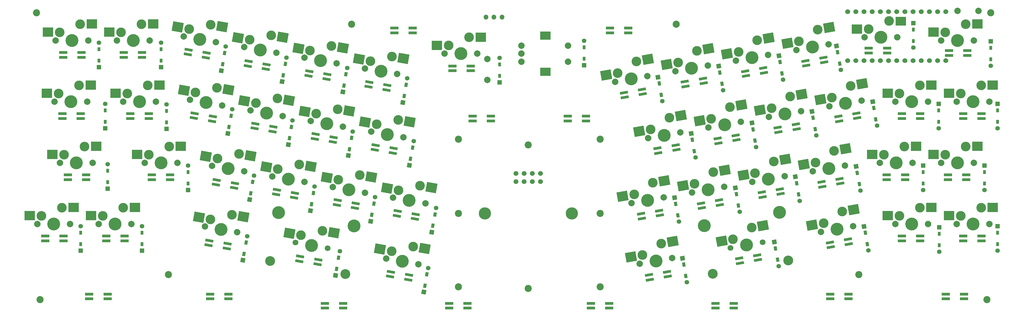
<source format=gbr>
G04 #@! TF.GenerationSoftware,KiCad,Pcbnew,(6.0.0-0)*
G04 #@! TF.CreationDate,2022-01-02T14:27:22+09:00*
G04 #@! TF.ProjectId,aliceball,616c6963-6562-4616-9c6c-2e6b69636164,rev?*
G04 #@! TF.SameCoordinates,Original*
G04 #@! TF.FileFunction,Soldermask,Bot*
G04 #@! TF.FilePolarity,Negative*
%FSLAX46Y46*%
G04 Gerber Fmt 4.6, Leading zero omitted, Abs format (unit mm)*
G04 Created by KiCad (PCBNEW (6.0.0-0)) date 2022-01-02 14:27:22*
%MOMM*%
%LPD*%
G01*
G04 APERTURE LIST*
G04 Aperture macros list*
%AMRotRect*
0 Rectangle, with rotation*
0 The origin of the aperture is its center*
0 $1 length*
0 $2 width*
0 $3 Rotation angle, in degrees counterclockwise*
0 Add horizontal line*
21,1,$1,$2,0,0,$3*%
G04 Aperture macros list end*
%ADD10C,3.000000*%
%ADD11C,2.000000*%
%ADD12C,4.000000*%
%ADD13R,3.300000X3.000000*%
%ADD14C,1.800000*%
%ADD15C,3.050000*%
%ADD16RotRect,3.300000X3.000000X170.000000*%
%ADD17R,3.200000X2.500000*%
%ADD18O,1.500000X1.500000*%
%ADD19C,2.200000*%
%ADD20RotRect,2.500000X0.820000X190.000000*%
%ADD21R,0.950000X1.300000*%
%ADD22R,1.397000X1.397000*%
%ADD23C,1.397000*%
%ADD24RotRect,2.500000X0.820000X170.000000*%
%ADD25R,2.500000X0.820000*%
%ADD26RotRect,1.300000X0.950000X280.000000*%
%ADD27RotRect,1.397000X1.397000X280.000000*%
%ADD28RotRect,1.300000X0.950000X80.000000*%
%ADD29RotRect,1.397000X1.397000X80.000000*%
%ADD30RotRect,3.300000X3.000000X190.000000*%
%ADD31C,3.810000*%
%ADD32C,1.500000*%
%ADD33R,3.300000X2.800000*%
%ADD34C,1.524000*%
G04 APERTURE END LIST*
D10*
X57785000Y-43941817D03*
D11*
X50165000Y-49021817D03*
D12*
X55245000Y-49021817D03*
D10*
X51435000Y-46481817D03*
D11*
X60325000Y-49021817D03*
D13*
X47795000Y-46441817D03*
X61395000Y-43901817D03*
D12*
X53340000Y-29971817D03*
D11*
X48260000Y-29971817D03*
X58420000Y-29971817D03*
D10*
X55880000Y-24891817D03*
X49530000Y-27431817D03*
D13*
X45890000Y-27391817D03*
X59490000Y-24851817D03*
D12*
X35623500Y-68071817D03*
D11*
X40703500Y-68071817D03*
D10*
X38163500Y-62991817D03*
D11*
X30543500Y-68071817D03*
D10*
X31813500Y-65531817D03*
D13*
X28173500Y-65491817D03*
X41773500Y-62951817D03*
D12*
X34290000Y-29971817D03*
D10*
X36830000Y-24891817D03*
X30480000Y-27431817D03*
D11*
X29210000Y-29971817D03*
X39370000Y-29971817D03*
D13*
X26840000Y-27391817D03*
X40440000Y-24851817D03*
D11*
X28829000Y-49021817D03*
D10*
X30099000Y-46481817D03*
D11*
X38989000Y-49021817D03*
D12*
X33909000Y-49021817D03*
D10*
X36449000Y-43941817D03*
D13*
X26459000Y-46441817D03*
X40059000Y-43901817D03*
D14*
X113701975Y-94683424D03*
D10*
X105388101Y-90638280D03*
D14*
X103696329Y-92919158D03*
D15*
X95764402Y-98628532D03*
D10*
X112082696Y-89239534D03*
D12*
X98410801Y-83620062D03*
X108699152Y-93801291D03*
X121849225Y-87752888D03*
D15*
X119202827Y-102761359D03*
D16*
X101852641Y-90014883D03*
X115588612Y-89857721D03*
D11*
X42545000Y-87121817D03*
D10*
X50165000Y-82041817D03*
X43815000Y-84581817D03*
D11*
X52705000Y-87121817D03*
D12*
X47625000Y-87121817D03*
D13*
X40175000Y-84541817D03*
X53775000Y-82001817D03*
D11*
X56832500Y-68071817D03*
D10*
X64452500Y-62991817D03*
X58102500Y-65531817D03*
D12*
X61912500Y-68071817D03*
D11*
X66992500Y-68071817D03*
D13*
X54462500Y-65491817D03*
X68062500Y-62951817D03*
D11*
X78975769Y-30528625D03*
D10*
X70661895Y-26483481D03*
D12*
X73972946Y-29646492D03*
D11*
X68970123Y-28764359D03*
D10*
X77356490Y-25084735D03*
D16*
X67084141Y-25812009D03*
X80918592Y-25672213D03*
D12*
X28575000Y-87121817D03*
D10*
X24765000Y-84581817D03*
X31115000Y-82041817D03*
D11*
X23495000Y-87121817D03*
X33655000Y-87121817D03*
D13*
X21125000Y-84541817D03*
X34725000Y-82001817D03*
D10*
X89422482Y-29791479D03*
D12*
X92733533Y-32954490D03*
D10*
X96117077Y-28392733D03*
D11*
X87730710Y-32072357D03*
X97736356Y-33836623D03*
D16*
X85844728Y-29120007D03*
X99679179Y-28980211D03*
D11*
X141842855Y-99645420D03*
X131837209Y-97881154D03*
D10*
X140223576Y-94201530D03*
D12*
X136840032Y-98763287D03*
D10*
X133528981Y-95600276D03*
D16*
X129951227Y-94928804D03*
X143785678Y-94789008D03*
D10*
X108183070Y-33099477D03*
D11*
X106491298Y-35380355D03*
X116496944Y-37144621D03*
D10*
X114877665Y-31700731D03*
D12*
X111494121Y-36262488D03*
D16*
X104605316Y-32428005D03*
X118439767Y-32288209D03*
D10*
X133638253Y-35008730D03*
D11*
X125251886Y-38688354D03*
X135257532Y-40452620D03*
D12*
X130254709Y-39570487D03*
D10*
X126943658Y-36407476D03*
D16*
X123365904Y-35736004D03*
X137200355Y-35596208D03*
D11*
X173856000Y-31599500D03*
X173856000Y-36599500D03*
X173856000Y-34099500D03*
D17*
X181356000Y-28499500D03*
X181356000Y-39699500D03*
D11*
X188356000Y-36599500D03*
X188356000Y-31599500D03*
D10*
X310324500Y-84581817D03*
D11*
X309054500Y-87121817D03*
X319214500Y-87121817D03*
D10*
X316674500Y-82041817D03*
D12*
X314134500Y-87121817D03*
D13*
X306684500Y-84541817D03*
X320284500Y-82001817D03*
D12*
X314134500Y-49021817D03*
D11*
X309054500Y-49021817D03*
D10*
X316674500Y-43941817D03*
X310324500Y-46481817D03*
D11*
X319214500Y-49021817D03*
D13*
X306684500Y-46441817D03*
X320284500Y-43901817D03*
D10*
X311912000Y-62991817D03*
X305562000Y-65531817D03*
D11*
X304292000Y-68071817D03*
X314452000Y-68071817D03*
D12*
X309372000Y-68071817D03*
D13*
X301922000Y-65491817D03*
X315522000Y-62951817D03*
D11*
X314452000Y-29971817D03*
D10*
X305562000Y-27431817D03*
X311912000Y-24891817D03*
D12*
X309372000Y-29971817D03*
D11*
X304292000Y-29971817D03*
D13*
X301922000Y-27391817D03*
X315522000Y-24851817D03*
D18*
X165354000Y-22719500D03*
X167854000Y-22719500D03*
X162854000Y-22719500D03*
D19*
X318516000Y-110680500D03*
D20*
X229924034Y-82196003D03*
X235537439Y-81206208D03*
X235276966Y-79728997D03*
X229663561Y-80718792D03*
D21*
X45360000Y-74075000D03*
D22*
X45360000Y-76110000D03*
D21*
X45360000Y-70525000D03*
D23*
X45360000Y-68490000D03*
D24*
X126372980Y-44399958D03*
X131986385Y-45389753D03*
X132246858Y-43912542D03*
X126633453Y-42922747D03*
D25*
X77160000Y-110478000D03*
X82860000Y-110478000D03*
X82860000Y-108978000D03*
X77160000Y-108978000D03*
X134424500Y-27610500D03*
X140124500Y-27610500D03*
X140124500Y-26110500D03*
X134424500Y-26110500D03*
D21*
X317754000Y-70996000D03*
D22*
X317754000Y-68961000D03*
D23*
X317754000Y-76581000D03*
D21*
X317754000Y-74546000D03*
D24*
X104886061Y-98732208D03*
X110499466Y-99722003D03*
X110759939Y-98244792D03*
X105146534Y-97254997D03*
X90939980Y-57353958D03*
X96553385Y-58343753D03*
X96813858Y-56866542D03*
X91200453Y-55876747D03*
D25*
X306331500Y-73330500D03*
X312031500Y-73330500D03*
X312031500Y-71830500D03*
X306331500Y-71830500D03*
D26*
X259343274Y-74451966D03*
D27*
X258989900Y-72447882D03*
D26*
X259959726Y-77948034D03*
D23*
X260313100Y-79952118D03*
D22*
X303657000Y-88201500D03*
D21*
X303657000Y-90236500D03*
D23*
X303657000Y-95821500D03*
D21*
X303657000Y-93786500D03*
D19*
X198310500Y-106680000D03*
D28*
X101799774Y-60422034D03*
D29*
X101446400Y-62426118D03*
D23*
X102769600Y-54921882D03*
D28*
X102416226Y-56925966D03*
D11*
X290004500Y-49021817D03*
D10*
X297624500Y-43941817D03*
D12*
X295084500Y-49021817D03*
D10*
X291274500Y-46481817D03*
D11*
X300164500Y-49021817D03*
D13*
X287634500Y-46441817D03*
X301234500Y-43901817D03*
D19*
X23241000Y-21336000D03*
X319659000Y-21336000D03*
D24*
X78978061Y-74919708D03*
X84591466Y-75909503D03*
X84851939Y-74432292D03*
X79238534Y-73442497D03*
D20*
X267344006Y-75528503D03*
X272957411Y-74538708D03*
X272696938Y-73061497D03*
X267083533Y-74051292D03*
D11*
X210649221Y-99541538D03*
D12*
X215652044Y-98659405D03*
D11*
X220654867Y-97777272D03*
D10*
X217271323Y-93215515D03*
X211458860Y-96819593D03*
D30*
X207867214Y-97412280D03*
X220819533Y-92549253D03*
D22*
X167068500Y-43053000D03*
D21*
X167068500Y-41018000D03*
X167068500Y-37468000D03*
D23*
X167068500Y-35433000D03*
D19*
X64198500Y-102870000D03*
D21*
X193357500Y-35684000D03*
D22*
X193357500Y-37719000D03*
D23*
X193357500Y-30099000D03*
D21*
X193357500Y-32134000D03*
D10*
X265183049Y-68002692D03*
D12*
X269376233Y-69842504D03*
D10*
X270995512Y-64398614D03*
D11*
X264373410Y-70724637D03*
X274379056Y-68960371D03*
D30*
X261591403Y-68595379D03*
X274543722Y-63732352D03*
D24*
X72120061Y-54155208D03*
X77733466Y-55145003D03*
X77993939Y-53667792D03*
X72380534Y-52677997D03*
D20*
X205921034Y-47715503D03*
X211534439Y-46725708D03*
X211273966Y-45248497D03*
X205660561Y-46238292D03*
D25*
X234132000Y-113335500D03*
X239832000Y-113335500D03*
X239832000Y-111835500D03*
X234132000Y-111835500D03*
X50299500Y-35230500D03*
X55999500Y-35230500D03*
X55999500Y-33730500D03*
X50299500Y-33730500D03*
D26*
X245817774Y-57687966D03*
D27*
X245464400Y-55683882D03*
D23*
X246787600Y-63188118D03*
D26*
X246434226Y-61184034D03*
D25*
X306712500Y-34659000D03*
X312412500Y-34659000D03*
X312412500Y-33159000D03*
X306712500Y-33159000D03*
D12*
X264261084Y-32056689D03*
D11*
X259258261Y-32938822D03*
D10*
X265880363Y-26612799D03*
D11*
X269263907Y-31174556D03*
D10*
X260067900Y-30216877D03*
D30*
X256476254Y-30809564D03*
X269428573Y-25946537D03*
D24*
X70215061Y-34343208D03*
X75828466Y-35333003D03*
X76088939Y-33855792D03*
X70475534Y-32865997D03*
D26*
X278202774Y-71213466D03*
D27*
X277849400Y-69209382D03*
D23*
X279172600Y-76713618D03*
D26*
X278819226Y-74709534D03*
D29*
X82704626Y-58963584D03*
D28*
X83058000Y-56959500D03*
X83674452Y-53463432D03*
D23*
X84027826Y-51459348D03*
D26*
X283346274Y-51020466D03*
D27*
X282992900Y-49016382D03*
D23*
X284316100Y-56520618D03*
D26*
X283962726Y-54516534D03*
D29*
X80681900Y-39375618D03*
D28*
X81035274Y-37371534D03*
D23*
X82005100Y-31871382D03*
D28*
X81651726Y-33875466D03*
D20*
X213731534Y-104484503D03*
X219344939Y-103494708D03*
X219084466Y-102017497D03*
X213471061Y-103007292D03*
X272596034Y-55145003D03*
X278209439Y-54155208D03*
X277948966Y-52677997D03*
X272335561Y-53667792D03*
D29*
X137069900Y-49281618D03*
D28*
X137423274Y-47277534D03*
X138039726Y-43781466D03*
D23*
X138393100Y-41777382D03*
D25*
X292044000Y-92380500D03*
X297744000Y-92380500D03*
X297744000Y-90880500D03*
X292044000Y-90880500D03*
D24*
X88844480Y-37922958D03*
X94457885Y-38912753D03*
X94718358Y-37435542D03*
X89104953Y-36445747D03*
D25*
X39620000Y-110480000D03*
X45320000Y-110480000D03*
X45320000Y-108980000D03*
X39620000Y-108980000D03*
X305684000Y-110478000D03*
X311384000Y-110478000D03*
X311384000Y-108978000D03*
X305684000Y-108978000D03*
D21*
X70294500Y-74546000D03*
D22*
X70294500Y-76581000D03*
D23*
X70294500Y-68961000D03*
D21*
X70294500Y-70996000D03*
D19*
X221932500Y-24955500D03*
D22*
X61912500Y-38290500D03*
D21*
X61912500Y-36255500D03*
D23*
X61912500Y-30670500D03*
D21*
X61912500Y-32705500D03*
D25*
X152407500Y-39421500D03*
X158107500Y-39421500D03*
X158107500Y-37921500D03*
X152407500Y-37921500D03*
D31*
X162522000Y-83888000D03*
X189522000Y-83888000D03*
D32*
X172212000Y-73918500D03*
X172212000Y-71378500D03*
X174752000Y-73918500D03*
X174752000Y-71378500D03*
X177292000Y-73918500D03*
X177292000Y-71378500D03*
X179832000Y-73918500D03*
X179832000Y-71378500D03*
D20*
X241735034Y-99341003D03*
X247348439Y-98351208D03*
X247087966Y-96873997D03*
X241474561Y-97863792D03*
D25*
X151440000Y-113350000D03*
X157140000Y-113350000D03*
X157140000Y-111850000D03*
X151440000Y-111850000D03*
D10*
X79301456Y-44771563D03*
X72606861Y-46170309D03*
D11*
X70915089Y-48451187D03*
D12*
X75917912Y-49333320D03*
D11*
X80920735Y-50215453D03*
D16*
X69029107Y-45498837D03*
X82863558Y-45359041D03*
D11*
X280479500Y-29019317D03*
D10*
X281749500Y-26479317D03*
D12*
X285559500Y-29019317D03*
D11*
X290639500Y-29019317D03*
D10*
X288099500Y-23939317D03*
D13*
X278109500Y-26439317D03*
D33*
X291709500Y-23999317D03*
D28*
X146376774Y-87663534D03*
D29*
X146023400Y-89667618D03*
D23*
X147346600Y-82163382D03*
D28*
X146993226Y-84167466D03*
D12*
X120261807Y-76496223D03*
D10*
X123645351Y-71934466D03*
D11*
X115258984Y-75614090D03*
X125264630Y-77378356D03*
D10*
X116950756Y-73333212D03*
D16*
X113373002Y-72661740D03*
X127207453Y-72521944D03*
D21*
X44577000Y-55305500D03*
D22*
X44577000Y-57340500D03*
D21*
X44577000Y-51755500D03*
D23*
X44577000Y-49720500D03*
D11*
X309360500Y-20764500D03*
X315860500Y-20764500D03*
D19*
X198310500Y-60769500D03*
D10*
X252234924Y-67706612D03*
D11*
X255618468Y-72268369D03*
D12*
X250615645Y-73150502D03*
D11*
X245612822Y-74032635D03*
D10*
X246422461Y-71310690D03*
D30*
X242830815Y-71903377D03*
X255783134Y-67040350D03*
D10*
X77247219Y-85676283D03*
D12*
X80558270Y-88839294D03*
D10*
X83941814Y-84277537D03*
D11*
X75555447Y-87957161D03*
X85561093Y-89721427D03*
D16*
X73669465Y-85004811D03*
X87503916Y-84865015D03*
D29*
X87349400Y-98430618D03*
D28*
X87702774Y-96426534D03*
D23*
X88672600Y-90926382D03*
D28*
X88319226Y-92930466D03*
D10*
X228359188Y-33228794D03*
X222546725Y-36832872D03*
D11*
X221737086Y-39554817D03*
X231742732Y-37790551D03*
D12*
X226739909Y-38672684D03*
D30*
X218955079Y-37425559D03*
X231907398Y-32562532D03*
D25*
X292044000Y-54280500D03*
X297744000Y-54280500D03*
X297744000Y-52780500D03*
X292044000Y-52780500D03*
D27*
X223937900Y-97784382D03*
D26*
X224291274Y-99788466D03*
D23*
X225261100Y-105288618D03*
D26*
X224907726Y-103284534D03*
D22*
X298704000Y-68961000D03*
D21*
X298704000Y-70996000D03*
X298704000Y-74546000D03*
D23*
X298704000Y-76581000D03*
D24*
X128317561Y-64061208D03*
X133930966Y-65051003D03*
X134191439Y-63573792D03*
X128578034Y-62583997D03*
X107743561Y-41010708D03*
X113356966Y-42000503D03*
X113617439Y-40523292D03*
X108004034Y-39533497D03*
D29*
X139092626Y-68869584D03*
D28*
X139446000Y-66865500D03*
D23*
X140415826Y-61365348D03*
D28*
X140062452Y-63369432D03*
D19*
X24384000Y-110680500D03*
D20*
X224862506Y-44286503D03*
X230475911Y-43296708D03*
X230215438Y-41819497D03*
X224602033Y-42809292D03*
D25*
X25915500Y-92380500D03*
X31615500Y-92380500D03*
X31615500Y-90880500D03*
X25915500Y-90880500D03*
X195460500Y-113335500D03*
X201160500Y-113335500D03*
X201160500Y-111835500D03*
X195460500Y-111835500D03*
D22*
X42672000Y-38290500D03*
D21*
X42672000Y-36255500D03*
D23*
X42672000Y-30670500D03*
D21*
X42672000Y-32705500D03*
D25*
X44889500Y-92380500D03*
X50589500Y-92380500D03*
X50589500Y-90880500D03*
X44889500Y-90880500D03*
X188221500Y-55042500D03*
X193921500Y-55042500D03*
X193921500Y-53542500D03*
X188221500Y-53542500D03*
D27*
X271753400Y-31680882D03*
D26*
X272106774Y-33684966D03*
D23*
X273076600Y-39185118D03*
D26*
X272723226Y-37181034D03*
D20*
X253736534Y-58574003D03*
X259349939Y-57584208D03*
X259089466Y-56106997D03*
X253476061Y-57096792D03*
D10*
X238608603Y-50765423D03*
D11*
X241992147Y-55327180D03*
D12*
X236989324Y-56209313D03*
D11*
X231986501Y-57091446D03*
D10*
X232796140Y-54369501D03*
D30*
X229204494Y-54962188D03*
X242156813Y-50099161D03*
D26*
X252817115Y-94787307D03*
D27*
X252463741Y-92783223D03*
D26*
X253433567Y-98283375D03*
D23*
X253786941Y-100287459D03*
D20*
X235067534Y-62003003D03*
X240680939Y-61013208D03*
X240420466Y-59535997D03*
X234807061Y-60525792D03*
D26*
X254199774Y-36732966D03*
D27*
X253846400Y-34728882D03*
D26*
X254816226Y-40229034D03*
D23*
X255169600Y-42233118D03*
D25*
X201366000Y-27610500D03*
X207066000Y-27610500D03*
X207066000Y-26110500D03*
X201366000Y-26110500D03*
D24*
X97647061Y-77967708D03*
X103260466Y-78957503D03*
X103520939Y-77480292D03*
X97907534Y-76490497D03*
D10*
X270317316Y-47753505D03*
D11*
X279513323Y-48711184D03*
D10*
X276129779Y-44149427D03*
D12*
X274510500Y-49593317D03*
D11*
X269507677Y-50475450D03*
D30*
X266725670Y-48346192D03*
X279677989Y-43483165D03*
D25*
X52395000Y-54280500D03*
X58095000Y-54280500D03*
X58095000Y-52780500D03*
X52395000Y-52780500D03*
X287357500Y-73330500D03*
X293057500Y-73330500D03*
X293057500Y-71830500D03*
X287357500Y-71830500D03*
D11*
X260752735Y-52019182D03*
D10*
X257369191Y-47457425D03*
X251556728Y-51061503D03*
D12*
X255749912Y-52901315D03*
D11*
X250747089Y-53783448D03*
D30*
X247965082Y-51654190D03*
X260917401Y-46791163D03*
D21*
X303466500Y-51755500D03*
D22*
X303466500Y-49720500D03*
D23*
X303466500Y-57340500D03*
D21*
X303466500Y-55305500D03*
D11*
X276936630Y-87853279D03*
D10*
X267740623Y-86895600D03*
X273553086Y-83291522D03*
D11*
X266930984Y-89617545D03*
D12*
X271933807Y-88735412D03*
D30*
X264148977Y-87488287D03*
X277101296Y-82625260D03*
D10*
X214713749Y-74322607D03*
D11*
X218097293Y-78884364D03*
D10*
X208901286Y-77926685D03*
D12*
X213094470Y-79766497D03*
D11*
X208091647Y-80648630D03*
D30*
X205309640Y-78519372D03*
X218261959Y-73656345D03*
D12*
X132199675Y-59257313D03*
D10*
X128888624Y-56094302D03*
X135583219Y-54695556D03*
D11*
X127196852Y-58375180D03*
X137202498Y-60139446D03*
D16*
X125310870Y-55422830D03*
X139145321Y-55283034D03*
D12*
X113439087Y-55949315D03*
D10*
X116822631Y-51387558D03*
D11*
X118441910Y-56831448D03*
X108436264Y-55067182D03*
D10*
X110128036Y-52786304D03*
D16*
X106550282Y-52114832D03*
X120384733Y-51975036D03*
D28*
X143900274Y-106332534D03*
D29*
X143546900Y-108336618D03*
D28*
X144516726Y-102836466D03*
D23*
X144870100Y-100832382D03*
D25*
X31249500Y-54280500D03*
X36949500Y-54280500D03*
X36949500Y-52780500D03*
X31249500Y-52780500D03*
D24*
X135135980Y-84595458D03*
X140749385Y-85585253D03*
X141009858Y-84108042D03*
X135396453Y-83118247D03*
D22*
X36957000Y-95440500D03*
D21*
X36957000Y-93405500D03*
D23*
X36957000Y-87820500D03*
D21*
X36957000Y-89855500D03*
X63627000Y-55496000D03*
D22*
X63627000Y-57531000D03*
D23*
X63627000Y-49911000D03*
D21*
X63627000Y-51946000D03*
D25*
X311094000Y-92380500D03*
X316794000Y-92380500D03*
X316794000Y-90880500D03*
X311094000Y-90880500D03*
X281757000Y-33897000D03*
X287457000Y-33897000D03*
X287457000Y-32397000D03*
X281757000Y-32397000D03*
D21*
X319659000Y-32324500D03*
D22*
X319659000Y-30289500D03*
D23*
X319659000Y-37909500D03*
D21*
X319659000Y-35874500D03*
D10*
X286512000Y-65531817D03*
D12*
X290322000Y-68071817D03*
D10*
X292862000Y-62991817D03*
D11*
X285242000Y-68071817D03*
X295402000Y-68071817D03*
D13*
X282872000Y-65491817D03*
X296472000Y-62951817D03*
D25*
X311094000Y-54280500D03*
X316794000Y-54280500D03*
X316794000Y-52780500D03*
X311094000Y-52780500D03*
D27*
X216317900Y-41396382D03*
D26*
X216671274Y-43400466D03*
D23*
X217641100Y-48900618D03*
D26*
X217287726Y-46896534D03*
D11*
X96498396Y-72306092D03*
X106504042Y-74070358D03*
D10*
X104884763Y-68626468D03*
D12*
X101501219Y-73188225D03*
D10*
X98190168Y-70025214D03*
D16*
X94612414Y-69353742D03*
X108446865Y-69213946D03*
D21*
X56007000Y-93405500D03*
D22*
X56007000Y-95440500D03*
D23*
X56007000Y-87820500D03*
D21*
X56007000Y-89855500D03*
D28*
X120468774Y-63851034D03*
D29*
X120115400Y-65855118D03*
D23*
X121438600Y-58350882D03*
D28*
X121085226Y-60354966D03*
D10*
X142405939Y-75242462D03*
D12*
X139022395Y-79804219D03*
D11*
X144025218Y-80686352D03*
D10*
X135711344Y-76641208D03*
D11*
X134019572Y-78922086D03*
D16*
X132133590Y-75969736D03*
X145968041Y-75829940D03*
D19*
X278701500Y-102870000D03*
D22*
X321754500Y-49720500D03*
D21*
X321754500Y-51755500D03*
X321754500Y-55305500D03*
D23*
X321754500Y-57340500D03*
D20*
X269929034Y-94388003D03*
X275542439Y-93398208D03*
X275281966Y-91920997D03*
X269668561Y-92910792D03*
D29*
X89444900Y-79571118D03*
D28*
X89798274Y-77567034D03*
X90414726Y-74070966D03*
D23*
X90768100Y-72066882D03*
D11*
X163258500Y-42302500D03*
X163258500Y-35802500D03*
D29*
X108304400Y-83000118D03*
D28*
X108657774Y-80996034D03*
D23*
X109627600Y-75495882D03*
D28*
X109274226Y-77499966D03*
D19*
X176022000Y-62484000D03*
X198310500Y-83820000D03*
D24*
X116506561Y-81206208D03*
X122119966Y-82196003D03*
X122380439Y-80718792D03*
X116767034Y-79728997D03*
D20*
X262309034Y-37809503D03*
X267922439Y-36819708D03*
X267661966Y-35342497D03*
X262048561Y-36332292D03*
D25*
X31554500Y-35230500D03*
X37254500Y-35230500D03*
X37254500Y-33730500D03*
X31554500Y-33730500D03*
D21*
X321754500Y-89855500D03*
D22*
X321754500Y-87820500D03*
D21*
X321754500Y-93405500D03*
D23*
X321754500Y-95440500D03*
D25*
X158694000Y-55042500D03*
X164394000Y-55042500D03*
X164394000Y-53542500D03*
X158694000Y-53542500D03*
D29*
X99541400Y-42804618D03*
D28*
X99894774Y-40800534D03*
X100511226Y-37304466D03*
D23*
X100864600Y-35300382D03*
D12*
X207979321Y-41980682D03*
D11*
X212982144Y-41098549D03*
D10*
X209598600Y-36536792D03*
D11*
X202976498Y-42862815D03*
D10*
X203786137Y-40140870D03*
D30*
X200194491Y-40733557D03*
X213146810Y-35870530D03*
D34*
X277749000Y-36231400D03*
X280289000Y-36231400D03*
X282829000Y-36231400D03*
X285369000Y-36231400D03*
X287909000Y-36231400D03*
X290449000Y-36231400D03*
X292989000Y-36231400D03*
X295529000Y-36231400D03*
X298069000Y-36231400D03*
X300609000Y-36231400D03*
X303149000Y-36231400D03*
X305689000Y-36231400D03*
X305689000Y-21011400D03*
X303149000Y-21011400D03*
X300609000Y-21011400D03*
X298069000Y-21011400D03*
X295529000Y-21011400D03*
X292989000Y-21011400D03*
X290449000Y-21011400D03*
X287909000Y-21011400D03*
X285369000Y-21011400D03*
X282829000Y-21011400D03*
X280289000Y-21011400D03*
X277749000Y-21011400D03*
X275209000Y-21011400D03*
X275209000Y-36231400D03*
D25*
X112783500Y-113335500D03*
X118483500Y-113335500D03*
X118483500Y-111835500D03*
X112783500Y-111835500D03*
D11*
X99681323Y-53523450D03*
D12*
X94678500Y-52641317D03*
D11*
X89675677Y-51759184D03*
D10*
X91367449Y-49478306D03*
X98062044Y-48079560D03*
D16*
X87789695Y-48806834D03*
X101624146Y-48667038D03*
D11*
X250503320Y-34482554D03*
D10*
X247119776Y-29920797D03*
D11*
X240497674Y-36246820D03*
D10*
X241307313Y-33524875D03*
D12*
X245500497Y-35364687D03*
D30*
X237715667Y-34117562D03*
X250667986Y-29254535D03*
D12*
X254081277Y-83516179D03*
D15*
X233289251Y-102657476D03*
D10*
X239599742Y-91857596D03*
D14*
X238790103Y-94579541D03*
X248795749Y-92815275D03*
D12*
X243792926Y-93697408D03*
D10*
X245412205Y-88253518D03*
D15*
X256727676Y-98524649D03*
D12*
X230642853Y-87649005D03*
D30*
X236064282Y-92480993D03*
X248918121Y-87635331D03*
D28*
X116467115Y-101162694D03*
D29*
X116113741Y-103166778D03*
D28*
X117083567Y-97666626D03*
D23*
X117436941Y-95662542D03*
D27*
X240320900Y-75876882D03*
D26*
X240674274Y-77880966D03*
D23*
X241644100Y-83381118D03*
D26*
X241290726Y-81377034D03*
D24*
X133080061Y-103494708D03*
X138693466Y-104484503D03*
X138953939Y-103007292D03*
X133340534Y-102017497D03*
D26*
X264486774Y-54068466D03*
D27*
X264133400Y-52064382D03*
D26*
X265103226Y-57564534D03*
D23*
X265456600Y-59568618D03*
D26*
X280679274Y-89882466D03*
D27*
X280325900Y-87878382D03*
D26*
X281295726Y-93378534D03*
D23*
X281649100Y-95382618D03*
D27*
X226604900Y-58922382D03*
D26*
X226958274Y-60926466D03*
D23*
X227928100Y-66426618D03*
D26*
X227574726Y-64422534D03*
D10*
X291274500Y-84581817D03*
X297624500Y-82041817D03*
D11*
X300164500Y-87121817D03*
D12*
X295084500Y-87121817D03*
D11*
X290004500Y-87121817D03*
D13*
X287634500Y-84541817D03*
X301234500Y-82001817D03*
D25*
X269760000Y-110470000D03*
X275460000Y-110470000D03*
X275460000Y-108970000D03*
X269760000Y-108970000D03*
D24*
X109648561Y-60632208D03*
X115261966Y-61622003D03*
X115522439Y-60144792D03*
X109909034Y-59154997D03*
D29*
X127063500Y-86296500D03*
D28*
X127416874Y-84292416D03*
X128033326Y-80796348D03*
D23*
X128386700Y-78792264D03*
D19*
X154305000Y-106680000D03*
D11*
X236857881Y-75576367D03*
D12*
X231855058Y-76458500D03*
D10*
X227661874Y-74618688D03*
D11*
X226852235Y-77340633D03*
D10*
X233474337Y-71014610D03*
D30*
X224070228Y-75211375D03*
X237022547Y-70348348D03*
D19*
X154305000Y-83820000D03*
D22*
X295656000Y-24574500D03*
D21*
X295656000Y-26609500D03*
D23*
X295656000Y-32194500D03*
D21*
X295656000Y-30159500D03*
D19*
X176022000Y-107251500D03*
D20*
X248783534Y-78767003D03*
X254396939Y-77777208D03*
X254136466Y-76299997D03*
X248523061Y-77289792D03*
D11*
X87743455Y-70762359D03*
X77737809Y-68998093D03*
D10*
X86124176Y-65318469D03*
X79429581Y-66717215D03*
D12*
X82740632Y-69880226D03*
D16*
X75851827Y-66045743D03*
X89686278Y-65905947D03*
D10*
X157607000Y-29019500D03*
D11*
X160147000Y-34099500D03*
X149987000Y-34099500D03*
D12*
X155067000Y-34099500D03*
D10*
X151257000Y-31559500D03*
D13*
X147617000Y-31519500D03*
X161217000Y-28979500D03*
D19*
X121158000Y-24955500D03*
D10*
X219848016Y-54073421D03*
X214035553Y-57677499D03*
D11*
X213225914Y-60399444D03*
X223231560Y-58635178D03*
D12*
X218228737Y-59517311D03*
D30*
X210443907Y-58270186D03*
X223396226Y-53407159D03*
D24*
X76692061Y-93779208D03*
X82305466Y-94769003D03*
X82565939Y-93291792D03*
X76952534Y-92301997D03*
D25*
X59062500Y-73330500D03*
X64762500Y-73330500D03*
X64762500Y-71830500D03*
X59062500Y-71830500D03*
D29*
X118400900Y-46043118D03*
D28*
X118754274Y-44039034D03*
D23*
X119724100Y-38538882D03*
D28*
X119370726Y-40542966D03*
D20*
X211255034Y-85434503D03*
X216868439Y-84444708D03*
X216607966Y-82967497D03*
X210994561Y-83957292D03*
X243640034Y-41048003D03*
X249253439Y-40058208D03*
X248992966Y-38580997D03*
X243379561Y-39570792D03*
D27*
X235177400Y-37967382D03*
D26*
X235530774Y-39971466D03*
X236147226Y-43467534D03*
D23*
X236500600Y-45471618D03*
D19*
X154305000Y-60769500D03*
D25*
X32964000Y-73330500D03*
X38664000Y-73330500D03*
X38664000Y-71830500D03*
X32964000Y-71830500D03*
D20*
X216398534Y-65051003D03*
X222011939Y-64061208D03*
X221751466Y-62583997D03*
X216138061Y-63573792D03*
D26*
X221814774Y-80928966D03*
D27*
X221461400Y-78924882D03*
D26*
X222431226Y-84425034D03*
D23*
X222784600Y-86429118D03*
M02*

</source>
